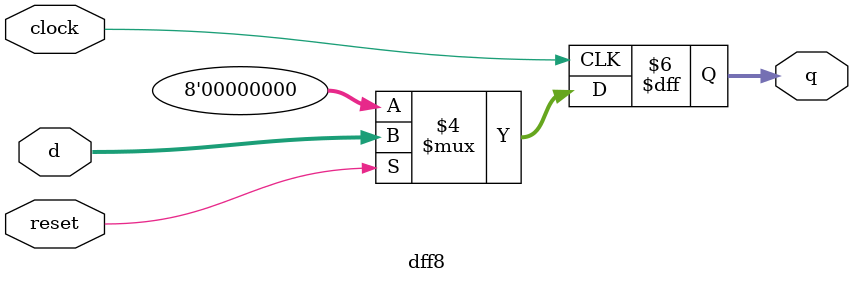
<source format=v>
`timescale 1ns / 1ps
module dff8 (
	output reg [7:0] q,
    input reset, 
    input clock,
	input [7:0] d
);

always @ (posedge clock)
	begin
        if(!reset) 
            q <= 8'b00000000; 
        else    
            q <= d;
    end    
endmodule


</source>
